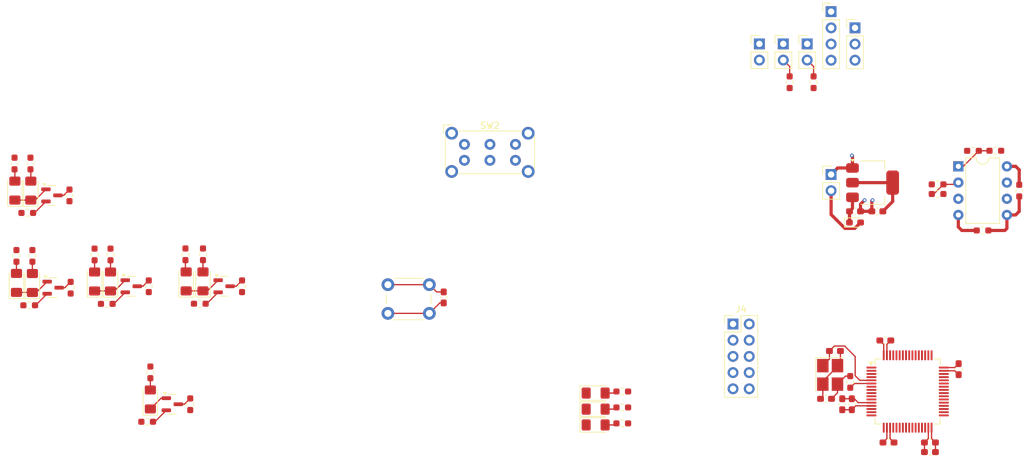
<source format=kicad_pcb>
(kicad_pcb (version 20240108) (generator "pcbnew") (generator_version "8.0")
  (layers (0 "F.Cu" signal) (31 "B.Cu" signal) (34 "B.Paste" user) (35 "F.Paste" user) (36 "B.SilkS" user "B.Silkscreen") (37 "F.SilkS" user "F.Silkscreen") (38 "B.Mask" user) (39 "F.Mask" user) (44 "Edge.Cuts" user))
  (net 0 "")
  (net 1 "+3.3V")
  (net 2 "GND")
  (net 3 "+9V")
  (net 4 "NRST")
  (net 5 "Net-(U3-PH0)")
  (net 6 "Net-(D1-A)")
  (net 7 "Net-(D2-K)")
  (net 8 "Net-(D2-A)")
  (net 9 "Net-(D3-A)")
  (net 10 "Net-(D4-K)")
  (net 11 "Net-(D4-A)")
  (net 12 "Net-(D5-A)")
  (net 13 "Net-(D6-A)")
  (net 14 "Net-(D6-K)")
  (net 15 "Net-(D7-A)")
  (net 16 "Net-(D8-K)")
  (net 17 "Net-(D8-A)")
  (net 18 "Net-(D9-A)")
  (net 19 "Net-(D10-A)")
  (net 20 "Net-(D10-K)")
  (net 21 "Net-(D11-A)")
  (net 22 "Net-(D12-A)")
  (net 23 "Net-(D13-A)")
  (net 24 "Net-(J2-Pin_1)")
  (net 25 "I2C1_SCL")
  (net 26 "I2C1_SDA")
  (net 27 "SWO")
  (net 29 "TCK")
  (net 31 "TMS")
  (net 32 "Net-(J5-Pin_2)")
  (net 33 "Net-(J6-Pin_2)")
  (net 34 "Net-(Q1-E)")
  (net 35 "Net-(Q1-B)")
  (net 36 "Net-(Q2-E)")
  (net 37 "Net-(Q2-B)")
  (net 38 "Net-(Q3-B)")
  (net 39 "Net-(Q3-E)")
  (net 40 "Net-(Q4-E)")
  (net 41 "Net-(Q4-B)")
  (net 42 "Net-(Q5-E)")
  (net 43 "Net-(Q5-B)")
  (net 44 "Net-(U1B-+)")
  (net 45 "ADC1_IN0")
  (net 46 "Net-(U1A--)")
  (net 47 "Net-(R6-Pad2)")
  (net 48 "Net-(U3-PH1)")
  (net 49 "LED_RED_1")
  (net 50 "LED_RED_2")
  (net 51 "LED_YELLOW_1")
  (net 52 "LED_YELLOW_2")
  (net 53 "LED_GREEN")
  (net 54 "TIM1_CH2")
  (net 55 "TIM1_CH3")
  (net 56 "TIM1_CH4")
  (net 57 "TIM2_OC1")
  (net 58 "TIM1_CH1")
  (net 59 "BOOT0")
  (net 60 "voltage bias")
  (net 95 "Net-(C12-Pad1)")
  (footprint "Resistor_SMD:R_0603_1608Metric_Pad0.98x0.95mm_HandSolder" (layer "F.Cu") (at 151.75 77.5 90)
    (property "Reference" "R7" (hide yes))
    (property "Value" "0")
  )
  (footprint "Package_TO_SOT_SMD:SOT-23" (layer "F.Cu") (at 45.4375 81)
    (property "Reference" "Q5" (hide yes))
    (property "Value" "NPN")
  )
  (footprint "LED_SMD:LED_1206_3216Metric_Pad1.42x1.75mm_HandSolder" (layer "F.Cu") (at 20.75 47.5 90)
    (property "Reference" "D3" (hide yes))
    (property "Value" "LED")
  )
  (footprint "Package_TO_SOT_SMD:SOT-223-3_TabPin2" (layer "F.Cu") (at 155.25 46.25)
    (property "Reference" "U2" (hide yes))
    (property "Value" "AMS1117-3.3")
  )
  (footprint "Package_TO_SOT_SMD:SOT-23" (layer "F.Cu") (at 26.5625 48.25)
    (property "Reference" "Q1" (hide yes))
    (property "Value" "NPN")
  )
  (footprint "Capacitor_SMD:C_0603_1608Metric_Pad1.08x0.95mm_HandSolder" (layer "F.Cu") (at 150.5 81 90)
    (property "Reference" "C8" (hide yes))
    (property "Value" "10n")
  )
  (footprint "Resistor_SMD:R_0603_1608Metric_Pad0.98x0.95mm_HandSolder" (layer "F.Cu") (at 165.45 46.52)
    (property "Reference" "R5" (hide yes))
    (property "Value" "22k")
  )
  (footprint "Resistor_SMD:R_0603_1608Metric_Pad0.98x0.95mm_HandSolder" (layer "F.Cu") (at 23 65.4875)
    (property "Reference" "R18" (hide yes))
    (property "Value" "6k")
  )
  (footprint "Capacitor_SMD:C_0603_1608Metric_Pad1.08x0.95mm_HandSolder" (layer "F.Cu") (at 147.95 80.15 180)
    (property "Reference" "C12" (hide yes))
    (property "Value" "8pf")
  )
  (footprint "LED_SMD:LED_1206_3216Metric_Pad1.42x1.75mm_HandSolder" (layer "F.Cu") (at 21 61.975 90)
    (property "Reference" "D4" (hide yes))
    (property "Value" "LED")
  )
  (footprint "Package_TO_SOT_SMD:SOT-23" (layer "F.Cu") (at 53.5625 62.5)
    (property "Reference" "Q4" (hide yes))
    (property "Value" "NPN")
  )
  (footprint "Resistor_SMD:R_0603_1608Metric_Pad0.98x0.95mm_HandSolder" (layer "F.Cu") (at 22.6975 51)
    (property "Reference" "R17" (hide yes))
    (property "Value" "6k")
  )
  (footprint "Button_Switch_THT:SW_E-Switch_EG2219_DPDT_Angled" (layer "F.Cu") (at 91.25 40.25)
    (property "Reference" "SW2")
    (property "Value" "SW_SPDT")
  )
  (footprint "Resistor_SMD:R_0603_1608Metric_Pad0.98x0.95mm_HandSolder" (layer "F.Cu") (at 21 57.7375 -90)
    (property "Reference" "R10" (hide yes))
    (property "Value" "470")
  )
  (footprint "Resistor_SMD:R_0603_1608Metric_Pad0.98x0.95mm_HandSolder" (layer "F.Cu") (at 172.5 53.75 180)
    (property "Reference" "R2" (hide yes))
    (property "Value" "1M")
  )
  (footprint "Package_DIP:DIP-8_W7.62mm" (layer "F.Cu") (at 168.7 43.7)
    (property "Reference" "U1" (hide yes))
    (property "Value" "NE5532")
  )
  (footprint "Resistor_SMD:R_0603_1608Metric_Pad0.98x0.95mm_HandSolder" (layer "F.Cu") (at 165.45 48.03)
    (property "Reference" "R6" (hide yes))
    (property "Value" "68k")
  )
  (footprint "Capacitor_SMD:C_0603_1608Metric_Pad1.08x0.95mm_HandSolder" (layer "F.Cu") (at 164.25 87 180)
    (property "Reference" "C4" (hide yes))
    (property "Value" "10n")
  )
  (footprint "Resistor_SMD:R_0603_1608Metric_Pad0.98x0.95mm_HandSolder" (layer "F.Cu") (at 171 41.26 180)
    (property "Reference" "R4" (hide yes))
    (property "Value" "100k")
  )
  (footprint "LED_SMD:LED_1206_3216Metric_Pad1.42x1.75mm_HandSolder" (layer "F.Cu") (at 111.825 81.77)
    (property "Reference" "D12" (hide yes))
    (property "Value" "LED")
  )
  (footprint "Capacitor_SMD:C_0603_1608Metric_Pad1.08x0.95mm_HandSolder" (layer "F.Cu") (at 149.35 72.65)
    (property "Reference" "C11" (hide yes))
    (property "Value" "8pf")
  )
  (footprint "Resistor_SMD:R_0603_1608Metric_Pad0.98x0.95mm_HandSolder" (layer "F.Cu") (at 23.5 57.7375 -90)
    (property "Reference" "R11" (hide yes))
    (property "Value" "470")
  )
  (footprint "Connector_PinHeader_2.54mm:PinHeader_1x02_P2.54mm_Vertical" (layer "F.Cu") (at 145 24.49)
    (property "Reference" "J6" (hide yes))
    (property "Value" "TIM1 output")
  )
  (footprint "LED_SMD:LED_1206_3216Metric_Pad1.42x1.75mm_HandSolder" (layer "F.Cu") (at 33.25 61.75 90)
    (property "Reference" "D6" (hide yes))
    (property "Value" "LED")
  )
  (footprint "Connector_PinHeader_2.54mm:PinHeader_1x04_P2.54mm_Vertical" (layer "F.Cu") (at 148.75 19.435)
    (property "Reference" "J3" (hide yes))
    (property "Value" "Conn_01x04_Pin")
  )
  (footprint "Resistor_SMD:R_0603_1608Metric_Pad0.98x0.95mm_HandSolder" (layer "F.Cu") (at 50.25 57.4875 -90)
    (property "Reference" "R15" (hide yes))
    (property "Value" "470")
  )
  (footprint "Capacitor_SMD:C_0603_1608Metric_Pad1.08x0.95mm_HandSolder" (layer "F.Cu") (at 88 64.25 90)
    (property "Reference" "C10" (hide yes))
    (property "Value" "100n")
  )
  (footprint "Resistor_SMD:R_0603_1608Metric_Pad0.98x0.95mm_HandSolder" (layer "F.Cu") (at 42 76 -90)
    (property "Reference" "R16" (hide yes))
    (property "Value" "470")
  )
  (footprint "Connector_PinHeader_2.54mm:PinHeader_2x05_P2.54mm_Vertical" (layer "F.Cu") (at 133.37 68.42)
    (property "Reference" "J4")
    (property "Value" "SWD")
  )
  (footprint "Resistor_SMD:R_0603_1608Metric_Pad0.98x0.95mm_HandSolder" (layer "F.Cu") (at 49.75 65.2375)
    (property "Reference" "R20" (hide yes))
    (property "Value" "6k")
  )
  (footprint "LED_SMD:LED_1206_3216Metric_Pad1.42x1.75mm_HandSolder" (layer "F.Cu") (at 23.5 61.9875 90)
    (property "Reference" "D5" (hide yes))
    (property "Value" "LED")
  )
  (footprint "Resistor_SMD:R_0603_1608Metric_Pad0.98x0.95mm_HandSolder" (layer "F.Cu") (at 146 30.5 90)
    (property "Reference" "R31" (hide yes))
    (property "Value" "470")
  )
  (footprint "Resistor_SMD:R_0603_1608Metric_Pad0.98x0.95mm_HandSolder" (layer "F.Cu") (at 178.25 47.5 -90)
    (property "Reference" "R1" (hide yes))
    (property "Value" "1M")
  )
  (footprint "Resistor_SMD:R_0603_1608Metric_Pad0.98x0.95mm_HandSolder" (layer "F.Cu") (at 29.5 62.725 -90)
    (property "Reference" "R23" (hide yes))
    (property "Value" "0")
  )
  (footprint "LED_SMD:LED_1206_3216Metric_Pad1.42x1.75mm_HandSolder" (layer "F.Cu") (at 50.25 61.7375 90)
    (property "Reference" "D9" (hide yes))
    (property "Value" "LED")
  )
  (footprint "Button_Switch_THT:SW_PUSH_6mm" (layer "F.Cu") (at 79.25 62.25)
    (property "Reference" "SW1" (hide yes))
    (property "Value" "NRST")
  )
  (footprint "Capacitor_SMD:C_0603_1608Metric_Pad1.08x0.95mm_HandSolder" (layer "F.Cu") (at 152 81 90)
    (property "Reference" "C9" (hide yes))
    (property "Value" "1u")
  )
  (footprint "Resistor_SMD:R_0603_1608Metric_Pad0.98x0.95mm_HandSolder" (layer "F.Cu") (at 116 81.5 180)
    (property "Reference" "R28" (hide yes))
    (property "Value" "470")
  )
  (footprint "Capacitor_SMD:C_0603_1608Metric_Pad1.08x0.95mm_HandSolder" (layer "F.Cu") (at 156 50.75 180)
    (property "Reference" "C7" (hide yes))
    (property "Value" "10u")
  )
  (footprint "Resistor_SMD:R_0603_1608Metric_Pad0.98x0.95mm_HandSolder" (layer "F.Cu") (at 41.75 62.5 -90)
    (property "Reference" "R24" (hide yes))
    (property "Value" "0")
  )
  (footprint "Capacitor_SMD:C_0603_1608Metric_Pad1.08x0.95mm_HandSolder" (layer "F.Cu") (at 152.5 50.75)
    (property "Reference" "C6" (hide yes))
    (property "Value" "10u")
  )
  (footprint "Resistor_SMD:R_0603_1608Metric_Pad0.98x0.95mm_HandSolder" (layer "F.Cu") (at 20.6975 43.25 -90)
    (property "Reference" "R9" (hide yes))
    (property "Value" "470")
  )
  (footprint "Package_TO_SOT_SMD:SOT-23" (layer "F.Cu") (at 26.75 62.725)
    (property "Reference" "Q2" (hide yes))
    (property "Value" "NPN")
  )
  (footprint "Capacitor_SMD:C_0603_1608Metric_Pad1.08x0.95mm_HandSolder" (layer "F.Cu") (at 157.25 71)
    (property "Reference" "C2" (hide yes))
    (property "Value" "10n")
  )
  (footprint "Resistor_SMD:R_0603_1608Metric_Pad0.98x0.95mm_HandSolder" (layer "F.Cu") (at 116 79 180)
    (property "Reference" "R27" (hide yes))
    (property "Value" "470")
  )
  (footprint "LED_SMD:LED_1206_3216Metric_Pad1.42x1.75mm_HandSolder" (layer "F.Cu") (at 42 80.25 90)
    (property "Reference" "D10" (hide yes))
    (property "Value" "LED")
  )
  (footprint "Resistor_SMD:R_0603_1608Metric_Pad0.98x0.95mm_HandSolder" (layer "F.Cu") (at 56.375 62.5 -90)
    (property "Reference" "R25" (hide yes))
    (property "Value" "0")
  )
  (footprint "Capacitor_SMD:C_0603_1608Metric_Pad1.08x0.95mm_HandSolder" (layer "F.Cu") (at 168.75 75.5 -90)
    (property "Reference" "C3" (hide yes))
    (property "Value" "10n")
  )
  (footprint "Package_TO_SOT_SMD:SOT-23" (layer "F.Cu") (at 39 62.5)
    (property "Reference" "Q3" (hide yes))
    (property "Value" "NPN")
  )
  (footprint "Connector_PinHeader_2.54mm:PinHeader_1x02_P2.54mm_Vertical" (layer "F.Cu") (at 137.5 24.49)
    (property "Reference" "J2" (hide yes))
    (property "Value" "Input")
  )
  (footprint "Resistor_SMD:R_0603_1608Metric_Pad0.98x0.95mm_HandSolder" (layer "F.Cu") (at 174.5 41.25 180)
    (property "Reference" "R3" (hide yes))
    (property "Value" "100k")
  )
  (footprint "Capacitor_SMD:C_0603_1608Metric_Pad1.08x0.95mm_HandSolder" (layer "F.Cu") (at 157.75 87 180)
    (property "Reference" "C1" (hide yes))
    (property "Value" "10n")
  )
  (footprint "Resistor_SMD:R_0603_1608Metric_Pad0.98x0.95mm_HandSolder" (layer "F.Cu") (at 35.75 57.5125 -90)
    (property "Reference" "R13" (hide yes))
    (property "Value" "470")
  )
  (footprint "Capacitor_SMD:C_0603_1608Metric_Pad1.08x0.95mm_HandSolder" (layer "F.Cu") (at 164.25 88.5 180)
    (property "Reference" "C5" (hide yes))
    (property "Value" "1u")
  )
  (footprint "Diode_SMD:D_0603_1608Metric_Pad1.05x0.95mm_HandSolder" (layer "F.Cu") (at 152.5 52.5)
    (property "Reference" "D1" (hide yes))
    (property "Value" "D_Schottky")
  )
  (footprint "Resistor_SMD:R_0603_1608Metric_Pad0.98x0.95mm_HandSolder" (layer "F.Cu") (at 23.1975 43.25 -90)
    (property "Reference" "R8" (hide yes))
    (property "Value" "470")
  )
  (footprint "Connector_PinHeader_2.54mm:PinHeader_1x02_P2.54mm_Vertical" (layer "F.Cu") (at 141.25 24.49)
    (property "Reference" "J5" (hide yes))
    (property "Value" "output channel")
  )
  (footprint "LED_SMD:LED_1206_3216Metric_Pad1.42x1.75mm_HandSolder" (layer "F.Cu") (at 23.25 47.5 90)
    (property "Reference" "D2" (hide yes))
    (property "Value" "LED")
  )
  (footprint "LED_SMD:LED_1206_3216Metric_Pad1.42x1.75mm_HandSolder" (layer "F.Cu") (at 35.75 61.75 90)
    (property "Reference" "D7" (hide yes))
    (property "Value" "LED")
  )
  (footprint "Package_QFP:LQFP-64_10x10mm_P0.5mm" (layer "F.Cu") (at 160.75 79)
    (property "Reference" "U3" (hide yes))
    (property "Value" "STM32F411RETx" (hide yes))
  )
  (footprint "Crystal:Crystal_SMD_3225-4Pin_3.2x2.5mm_HandSoldering" (layer "F.Cu") (at 148.6 76.4 -90)
    (property "Reference" "Y1" (hide yes))
    (property "Value" "16Mhz")
  )
  (footprint "Resistor_SMD:R_0603_1608Metric_Pad0.98x0.95mm_HandSolder" (layer "F.Cu") (at 33.25 57.5125 -90)
    (property "Reference" "R12" (hide yes))
    (property "Value" "470")
  )
  (footprint "LED_SMD:LED_1206_3216Metric_Pad1.42x1.75mm_HandSolder" (layer "F.Cu") (at 111.825 84.25)
    (property "Reference" "D13" (hide yes))
    (property "Value" "LED")
  )
  (footprint "Connector_PinHeader_2.54mm:PinHeader_1x02_P2.54mm_Vertical" (layer "F.Cu") (at 148.75 44.975)
    (property "Reference" "J1" (hide yes))
    (property "Value" "Barrel_Jack")
  )
  (footprint "LED_SMD:LED_1206_3216Metric_Pad1.42x1.75mm_HandSolder" (layer "F.Cu") (at 111.825 79.25)
    (property "Reference" "D11" (hide yes))
    (property "Value" "LED")
  )
  (footprint "Resistor_SMD:R_0603_1608Metric_Pad0.98x0.95mm_HandSolder" (layer "F.Cu") (at 142.25 30.5 90)
    (property "Reference" "R30" (hide yes))
    (property "Value" "470")
  )
  (footprint "Resistor_SMD:R_0603_1608Metric_Pad0.98x0.95mm_HandSolder" (layer "F.Cu") (at 35.1625 65.2625)
    (property "Reference" "R19" (hide yes))
    (property "Value" "6k")
  )
  (footprint "Resistor_SMD:R_0603_1608Metric_Pad0.98x0.95mm_HandSolder" (layer "F.Cu") (at 47.5 57.4875 -90)
    (property "Reference" "R14" (hide yes))
    (property "Value" "470")
  )
  (footprint "Connector_PinHeader_2.54mm:PinHeader_1x03_P2.54mm_Vertical" (layer "F.Cu") (at 152.5 21.975)
    (property "Reference" "RV1" (hide yes))
    (property "Value" "68k")
  )
  (footprint "Resistor_SMD:R_0603_1608Metric_Pad0.98x0.95mm_HandSolder" (layer "F.Cu") (at 29.3125 48.25 -90)
    (property "Reference" "R22" (hide yes))
    (property "Value" "0")
  )
  (footprint "LED_SMD:LED_1206_3216Metric_Pad1.42x1.75mm_HandSolder" (layer "F.Cu") (at 47.61 61.7375 90)
    (property "Reference" "D8" (hide yes))
    (property "Value" "LED")
  )
  (footprint "Resistor_SMD:R_0603_1608Metric_Pad0.98x0.95mm_HandSolder" (layer "F.Cu") (at 116 84 180)
    (property "Reference" "R29" (hide yes))
    (property "Value" "470")
  )
  (footprint "Resistor_SMD:R_0603_1608Metric_Pad0.98x0.95mm_HandSolder" (layer "F.Cu") (at 48.25 81 -90)
    (property "Reference" "R26" (hide yes))
    (property "Value" "0")
  )
  (footprint "Resistor_SMD:R_0603_1608Metric_Pad0.98x0.95mm_HandSolder" (layer "F.Cu") (at 41.5 83.75)
    (property "Reference" "R21" (hide yes))
    (property "Value" "6k")
  )
  (segment (start 158.4 49.2125) (end 156.8625 50.75) (width 0.5) (layer "F.Cu") (net 1))
  (segment (start 157 71.6125) (end 157 73.325) (width 0.2) (layer "F.Cu") (net 1))
  (segment (start 152.6125 81.25) (end 155.075 81.25) (width 0.2) (layer "F.Cu") (net 1))
  (segment (start 152 81.8625) (end 152.6125 81.25) (width 0.2) (layer "F.Cu") (net 1))
  (segment (start 164.5 86.3875) (end 165.1125 87) (width 0.2) (layer "F.Cu") (net 1))
  (segment (start 158.4 46.25) (end 158.4 49.2125) (width 0.5) (layer "F.Cu") (net 1))
  (segment (start 150.5 81.8625) (end 152 81.8625) (width 0.2) (layer "F.Cu") (net 1))
  (segment (start 152.1 46.25) (end 158.4 46.25) (width 0.5) (layer "F.Cu") (net 1))
  (segment (start 168.1375 75.25) (end 168.75 74.6375) (width 0.2) (layer "F.Cu") (net 1))
  (segment (start 165.1125 88.5) (end 165.1125 87) (width 0.2) (layer "F.Cu") (net 1))
  (segment (start 156.3875 71) (end 157 71.6125) (width 0.2) (layer "F.Cu") (net 1))
  (segment (start 158 84.675) (end 158 86.3875) (width 0.2) (layer "F.Cu") (net 1))
  (segment (start 164.5 84.675) (end 164.5 86.3875) (width 0.2) (layer "F.Cu") (net 1))
  (segment (start 158 86.3875) (end 158.6125 87) (width 0.2) (layer "F.Cu") (net 1))
  (segment (start 166.425 75.25) (end 168.1375 75.25) (width 0.2) (layer "F.Cu") (net 1))
  (segment (start 152.1 43.95) (end 149.775 43.95) (width 0.5) (layer "F.Cu") (net 2))
  (segment (start 152.1 43.95) (end 152.1 42.1) (width 0.5) (layer "F.Cu") (net 2))
  (segment (start 155.1375 49.1125) (end 155.25 49) (width 0.5) (layer "F.Cu") (net 2))
  (segment (start 149.75 75.1) (end 149.75 74.95) (width 0.2) (layer "F.Cu") (net 2))
  (segment (start 150.5 80.1375) (end 152 80.1375) (width 0.2) (layer "F.Cu") (net 2))
  (segment (start 164 86.3875) (end 163.3875 87) (width 0.2) (layer "F.Cu") (net 2))
  (segment (start 157.5 84.675) (end 157.5 86.3875) (width 0.2) (layer "F.Cu") (net 2))
  (segment (start 153.3625 49.6375) (end 154 49) (width 0.5) (layer "F.Cu") (net 2))
  (segment (start 171.5875 53.75) (end 169.25 53.75) (width 0.5) (layer "F.Cu") (net 2))
  (segment (start 155.1375 50.75) (end 153.3625 50.75) (width 0.5) (layer "F.Cu") (net 2))
  (segment (start 152.3875 80.1375) (end 153 80.75) (width 0.2) (layer "F.Cu") (net 2))
  (segment (start 157.5 71.6125) (end 157.5 73.325) (width 0.2) (layer "F.Cu") (net 2))
  (segment (start 157.5 86.3875) (end 156.8875 87) (width 0.2) (layer "F.Cu") (net 2))
  (segment (start 168.7 53.2) (end 168.7 51.32) (width 0.5) (layer "F.Cu") (net 2))
  (segment (start 163.3875 88.5) (end 163.3875 87) (width 0.2) (layer "F.Cu") (net 2))
  (segment (start 86.8875 63.3875) (end 88 63.3875) (width 0.2) (layer "F.Cu") (net 2))
  (segment (start 147.7 77.4) (end 147.7 77.85) (width 0.2) (layer "F.Cu") (net 2))
  (segment (start 152 80.1375) (end 152.3875 80.1375) (width 0.2) (layer "F.Cu") (net 2))
  (segment (start 164 84.675) (end 164 86.3875) (width 0.2) (layer "F.Cu") (net 2))
  (segment (start 153.3625 50.75) (end 153.3625 49.6375) (width 0.5) (layer "F.Cu") (net 2))
  (segment (start 150.2125 74.4875) (end 149.75 74.95) (width 0.2) (layer "F.Cu") (net 2))
  (segment (start 149.775 43.95) (end 148.75 44.975) (width 0.5) (layer "F.Cu") (net 2))
  (segment (start 147.45 77.85) (end 147.45 79.7875) (width 0.2) (layer "F.Cu") (net 2))
  (segment (start 152.1 42.1) (end 152 42) (width 0.5) (layer "F.Cu") (net 2))
  (segment (start 147.45 77.4) (end 149.75 75.1) (width 0.2) (layer "F.Cu") (net 2))
  (segment (start 166.425 75.75) (end 168.1375 75.75) (width 0.2) (layer "F.Cu") (net 2))
  (segment (start 155.1375 50.75) (end 155.1375 49.1125) (width 0.5) (layer "F.Cu") (net 2))
  (segment (start 85.75 62.25) (end 86.8875 63.3875) (width 0.2) (layer "F.Cu") (net 2))
  (segment (start 147.45 77.85) (end 147.45 77.4) (width 0.2) (layer "F.Cu") (net 2))
  (segment (start 150.2125 72.65) (end 150.2125 74.4875) (width 0.2) (layer "F.Cu") (net 2))
  (segment (start 168.1375 75.75) (end 168.75 76.3625) (width 0.2) (layer "F.Cu") (net 2))
  (segment (start 158.1125 71) (end 157.5 71.6125) (width 0.2) (layer "F.Cu") (net 2))
  (segment (start 85.75 62.25) (end 79.25 62.25) (width 0.2) (layer "F.Cu") (net 2))
  (segment (start 153 80.75) (end 155.075 80.75) (width 0.2) (layer "F.Cu") (net 2))
  (segment (start 169.25 53.75) (end 168.7 53.2) (width 0.5) (layer "F.Cu") (net 2))
  (segment (start 150 74.95) (end 150 75.1) (width 0.2) (layer "F.Cu") (net 2))
  (segment (start 147.45 79.7875) (end 147.0875 80.15) (width 0.2) (layer "F.Cu") (net 2))
  (via (at 155.25 49) (size 0.6) (drill 0.3) (layers "F.Cu" "B.Cu") (net 2))
  (via (at 154 49) (size 0.6) (drill 0.3) (layers "F.Cu" "B.Cu") (net 2))
  (via (at 152 42) (size 0.6) (drill 0.3) (layers "F.Cu" "B.Cu") (net 2))
  (segment (start 151.6375 52.4875) (end 151.625 52.5) (width 0.5) (layer "F.Cu") (net 3))
  (segment (start 152.1 50.2875) (end 151.6375 50.75) (width 0.5) (layer "F.Cu") (net 3))
  (segment (start 151.6375 50.75) (end 151.6375 52.4875) (width 0.5) (layer "F.Cu") (net 3))
  (segment (start 152.1 48.55) (end 152.1 50.2875) (width 0.5) (layer "F.Cu") (net 3))
  (segment (start 176.32 43.7) (end 177.7 43.7) (width 0.5) (layer "F.Cu") (net 3))
  (segment (start 178.25 44.25) (end 178.25 46.5875) (width 0.5) (layer "F.Cu") (net 3))
  (segment (start 177.7 43.7) (end 178.25 44.25) (width 0.5) (layer "F.Cu") (net 3))
  (segment (start 87.3875 65.1125) (end 85.75 66.75) (width 0.2) (layer "F.Cu") (net 4))
  (segment (start 85.75 66.75) (end 79.25 66.75) (width 0.2) (layer "F.Cu") (net 4))
  (segment (start 88 65.1125) (end 87.3875 65.1125) (width 0.2) (layer "F.Cu") (net 4))
  (segment (start 149.2625 71.875) (end 150.875 71.875) (width 0.2) (layer "F.Cu") (net 5))
  (segment (start 150.875 71.875) (end 152.525 73.525) (width 0.2) (layer "F.Cu") (net 5))
  (segment (start 153.25 77.25) (end 155.075 77.25) (width 0.2) (layer "F.Cu") (net 5))
  (segment (start 148.4875 72.65) (end 148.4875 73.9125) (width 0.2) (layer "F.Cu") (net 5))
  (segment (start 148.4875 73.9125) (end 147.45 74.95) (width 0.2) (layer "F.Cu") (net 5))
  (segment (start 148.4875 72.65) (end 149.2625 71.875) (width 0.2) (layer "F.Cu") (net 5))
  (segment (start 152.525 73.525) (end 152.525 76.525) (width 0.2) (layer "F.Cu") (net 5))
  (segment (start 152.525 76.525) (end 153.25 77.25) (width 0.2) (layer "F.Cu") (net 5))
  (segment (start 152.45 53.425) (end 150.925 53.425) (width 0.5) (layer "F.Cu") (net 6))
  (segment (start 153.375 52.5) (end 152.45 53.425) (width 0.5) (layer "F.Cu") (net 6))
  (segment (start 148.75 51.25) (end 148.75 47.515) (width 0.5) (layer "F.Cu") (net 6))
  (segment (start 150.925 53.425) (end 148.75 51.25) (width 0.5) (layer "F.Cu") (net 6))
  (segment (start 23.9375 48.9875) (end 25.625 47.3) (width 0.2) (layer "F.Cu") (net 7))
  (segment (start 23.25 48.9875) (end 23.9375 48.9875) (width 0.2) (layer "F.Cu") (net 7))
  (segment (start 20.75 48.9875) (end 23.25 48.9875) (width 0.2) (layer "F.Cu") (net 7))
  (segment (start 23.25 46.0125) (end 23.25 44.215) (width 0.2) (layer "F.Cu") (net 8))
  (segment (start 23.25 44.215) (end 23.1975 44.1625) (width 0.2) (layer "F.Cu") (net 8))
  (segment (start 20.75 46.0125) (end 20.75 44.215) (width 0.2) (layer "F.Cu") (net 9))
  (segment (start 20.75 44.215) (end 20.6975 44.1625) (width 0.2) (layer "F.Cu") (net 9))
  (segment (start 21 63.4625) (end 23.4875 63.4625) (width 0.2) (layer "F.Cu") (net 10))
  (segment (start 24.3625 63.225) (end 25.8125 61.775) (width 0.2) (layer "F.Cu") (net 10))
  (segment (start 23.4875 63.4625) (end 23.5 63.475) (width 0.2) (layer "F.Cu") (net 10))
  (segment (start 23.75 63.225) (end 24.3625 63.225) (width 0.2) (layer "F.Cu") (net 10))
  (segment (start 23.5 63.475) (end 23.75 63.225) (width 0.2) (layer "F.Cu") (net 10))
  (segment (start 21 60.4875) (end 21 58.65) (width 0.2) (layer "F.Cu") (net 11))
  (segment (start 23.5 60.5) (end 23.5 58.65) (width 0.2) (layer "F.Cu") (net 12))
  (segment (start 33.25 58.425) (end 33.25 60.2625) (width 0.2) (layer "F.Cu") (net 13))
  (segment (start 35.75 63.2375) (end 36.375 63.2375) (width 0.2) (layer "F.Cu") (net 14))
  (segment (start 33.25 63.2375) (end 35.75 63.2375) (width 0.2) (layer "F.Cu") (net 14))
  (segment (start 36.375 63.2375) (end 38.0625 61.55) (width 0.2) (layer "F.Cu") (net 14))
  (segment (start 35.75 58.425) (end 35.75 60.2625) (width 0.2) (layer "F.Cu") (net 15))
  (segment (start 47.61 63.225) (end 50.25 63.225) (width 0.2) (layer "F.Cu") (net 16))
  (segment (start 50.95 63.225) (end 52.625 61.55) (width 0.2) (layer "F.Cu") (net 16))
  (segment (start 50.25 63.225) (end 50.95 63.225) (width 0.2) (layer "F.Cu") (net 16))
  (segment (start 47.5 60.14) (end 47.61 60.25) (width 0.2) (layer "F.Cu") (net 17))
  (segment (start 47.5 58.4) (end 47.5 60.14) (width 0.2) (layer "F.Cu") (net 17))
  (segment (start 50.25 58.4) (end 50.25 60.25) (width 0.2) (layer "F.Cu") (net 18))
  (segment (start 42 76.9125) (end 42 78.7625) (width 0.2) (layer "F.Cu") (net 19))
  (segment (start 42 81.7375) (end 43.6875 80.05) (width 0.2) (layer "F.Cu") (net 20))
  (segment (start 43.6875 80.05) (end 44.5 80.05) (width 0.2) (layer "F.Cu") (net 20))
  (segment (start 113.3125 79.25) (end 114.8375 79.25) (width 0.2) (layer "F.Cu") (net 21))
  (segment (start 114.8375 79.25) (end 115.0875 79) (width 0.2) (layer "F.Cu") (net 21))
  (segment (start 114.8175 81.77) (end 115.0875 81.5) (width 0.2) (layer "F.Cu") (net 22))
  (segment (start 113.3125 81.77) (end 114.8175 81.77) (width 0.2) (layer "F.Cu") (net 22))
  (segment (start 113.3125 84.25) (end 114.8375 84.25) (width 0.2) (layer "F.Cu") (net 23))
  (segment (start 114.8375 84.25) (end 115.0875 84) (width 0.2) (layer "F.Cu") (net 23))
  (segment (start 142.25 28.03) (end 141.25 27.03) (width 0.2) (layer "F.Cu") (net 32))
  (segment (start 142.25 29.5875) (end 142.25 28.03) (width 0.2) (layer "F.Cu") (net 32))
  (segment (start 146 29.5875) (end 146 28.03) (width 0.2) (layer "F.Cu") (net 33))
  (segment (start 146 28.03) (end 145 27.03) (width 0.2) (layer "F.Cu") (net 33))
  (segment (start 27.5 48.25) (end 28.4 48.25) (width 0.2) (layer "F.Cu") (net 34))
  (segment (start 28.4 48.25) (end 29.3125 47.3375) (width 0.2) (layer "F.Cu") (net 34))
  (segment (start 23.61 51) (end 23.825 51) (width 0.2) (layer "F.Cu") (net 35))
  (segment (start 23.825 51) (end 25.625 49.2) (width 0.2) (layer "F.Cu") (net 35))
  (segment (start 27.6875 62.725) (end 28.5875 62.725) (width 0.2) (layer "F.Cu") (net 36))
  (segment (start 28.5875 62.725) (end 29.5 61.8125) (width 0.2) (layer "F.Cu") (net 36))
  (segment (start 24 65.4875) (end 25.8125 63.675) (width 0.2) (layer "F.Cu") (net 37))
  (segment (start 23.9125 65.4875) (end 24 65.4875) (width 0.2) (layer "F.Cu") (net 37))
  (segment (start 38.0625 63.45) (end 36.25 65.2625) (width 0.2) (layer "F.Cu") (net 38))
  (segment (start 36.25 65.2625) (end 36.075 65.2625) (width 0.2) (layer "F.Cu") (net 38))
  (segment (start 39.9375 62.5) (end 40.8375 62.5) (width 0.2) (layer "F.Cu") (net 39))
  (segment (start 40.8375 62.5) (end 41.75 61.5875) (width 0.2) (layer "F.Cu") (net 39))
  (segment (start 55.4625 62.5) (end 56.375 61.5875) (width 0.2) (layer "F.Cu") (net 40))
  (segment (start 54.5 62.5) (end 55.4625 62.5) (width 0.2) (layer "F.Cu") (net 40))
  (segment (start 50.6625 65.2375) (end 50.8375 65.2375) (width 0.2) (layer "F.Cu") (net 41))
  (segment (start 50.8375 65.2375) (end 52.625 63.45) (width 0.2) (layer "F.Cu") (net 41))
  (segment (start 46.375 81) (end 47.3375 81) (width 0.2) (layer "F.Cu") (net 42))
  (segment (start 47.3375 81) (end 48.25 80.0875) (width 0.2) (layer "F.Cu") (net 42))
  (segment (start 42.7 83.75) (end 44.5 81.95) (width 0.2) (layer "F.Cu") (net 43))
  (segment (start 42.4125 83.75) (end 42.7 83.75) (width 0.2) (layer "F.Cu") (net 43))
  (segment (start 176 53.75) (end 176.32 53.43) (width 0.5) (layer "F.Cu") (net 44))
  (segment (start 177.68 51.32) (end 178.25 50.75) (width 0.5) (layer "F.Cu") (net 44))
  (segment (start 176.32 51.32) (end 177.68 51.32) (width 0.5) (layer "F.Cu") (net 44))
  (segment (start 176.32 53.43) (end 176.32 51.32) (width 0.5) (layer "F.Cu") (net 44))
  (segment (start 178.25 50.75) (end 178.25 48.4125) (width 0.5) (layer "F.Cu") (net 44))
  (segment (start 173.4125 53.75) (end 176 53.75) (width 0.5) (layer "F.Cu") (net 44))
  (segment (start 171.9125 41.26) (end 169.4725 43.7) (width 0.2) (layer "F.Cu") (net 45))
  (segment (start 169.4725 43.7) (end 168.7 43.7) (width 0.2) (layer "F.Cu") (net 45))
  (segment (start 173.5875 41.25) (end 171.9225 41.25) (width 0.2) (layer "F.Cu") (net 45))
  (segment (start 171.9225 41.25) (end 171.9125 41.26) (width 0.2) (layer "F.Cu") (net 45))
  (segment (start 168.42 46.52) (end 168.7 46.24) (width 0.2) (layer "F.Cu") (net 46))
  (segment (start 164.5375 48.03) (end 164.8525 48.03) (width 0.2) (layer "F.Cu") (net 46))
  (segment (start 164.8525 48.03) (end 166.3625 46.52) (width 0.2) (layer "F.Cu") (net 46))
  (segment (start 166.3625 46.52) (end 168.42 46.52) (width 0.2) (layer "F.Cu") (net 46))
  (segment (start 151.75 78.4125) (end 152.4125 77.75) (width 0.2) (layer "F.Cu") (net 48))
  (segment (start 152.4125 77.75) (end 155.075 77.75) (width 0.2) (layer "F.Cu") (net 48))
  (segment (start 149.75 79.2125) (end 148.8125 80.15) (width 0.2) (layer "F.Cu") (net 95))
  (segment (start 151.75 76.5875) (end 151.0125 76.5875) (width 0.2) (layer "F.Cu") (net 95))
  (segment (start 149.75 77.85) (end 149.75 79.2125) (width 0.2) (layer "F.Cu") (net 95))
  (segment (start 151.0125 76.5875) (end 149.75 77.85) (width 0.2) (layer "F.Cu") (net 95))
)
</source>
